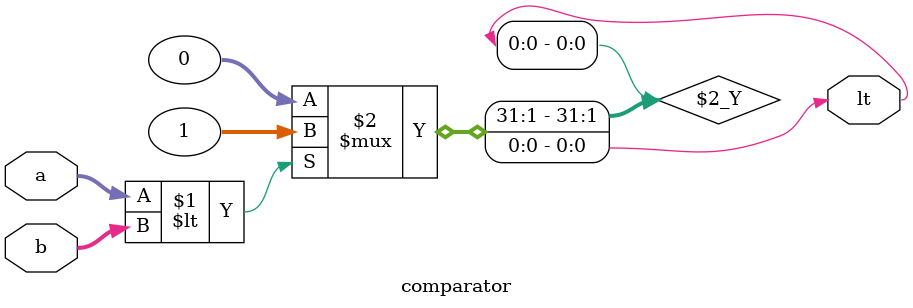
<source format=v>
`timescale 1ns / 1ps

module comparator #(parameter WIDTH = 5)
    (
    input  [WIDTH - 1:0] a,
    input  [WIDTH - 1:0] b,
    output               lt
    );

    assign lt = (a < b) ? 1 : 0;

endmodule

</source>
